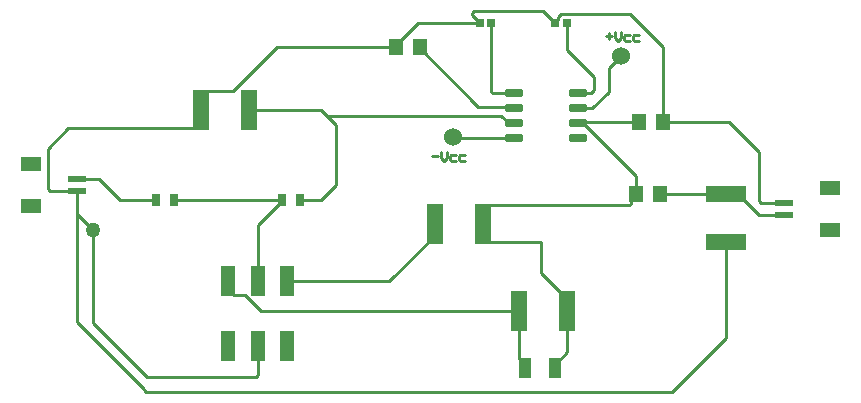
<source format=gbr>
G04*
G04 #@! TF.GenerationSoftware,Altium Limited,Altium Designer,24.9.1 (31)*
G04*
G04 Layer_Physical_Order=1*
G04 Layer_Color=255*
%FSLAX44Y44*%
%MOMM*%
G71*
G04*
G04 #@! TF.SameCoordinates,B653029B-541F-4617-83FB-ACABD9EDAD60*
G04*
G04*
G04 #@! TF.FilePolarity,Positive*
G04*
G01*
G75*
%ADD13C,0.2540*%
%ADD14R,1.2000X2.5000*%
%ADD15R,0.8000X1.0000*%
%ADD16R,1.4000X3.4000*%
%ADD17R,1.2000X1.4500*%
%ADD18R,3.4000X1.4000*%
%ADD19R,1.1057X1.6582*%
%ADD20R,0.7154X0.6725*%
%ADD21R,1.5500X0.6000*%
%ADD22R,1.8000X1.2000*%
G04:AMPARAMS|DCode=23|XSize=0.6mm|YSize=1.45mm|CornerRadius=0.051mm|HoleSize=0mm|Usage=FLASHONLY|Rotation=90.000|XOffset=0mm|YOffset=0mm|HoleType=Round|Shape=RoundedRectangle|*
%AMROUNDEDRECTD23*
21,1,0.6000,1.3480,0,0,90.0*
21,1,0.4980,1.4500,0,0,90.0*
1,1,0.1020,0.6740,0.2490*
1,1,0.1020,0.6740,-0.2490*
1,1,0.1020,-0.6740,-0.2490*
1,1,0.1020,-0.6740,0.2490*
%
%ADD23ROUNDEDRECTD23*%
%ADD31C,1.5240*%
%ADD32C,1.2700*%
D13*
X800162Y670782D02*
X810440Y681060D01*
Y716280D01*
X800162Y668020D02*
Y670782D01*
X788090Y748630D02*
Y774210D01*
X810440Y716280D02*
Y726280D01*
X788090Y748630D02*
X810440Y726280D01*
X769440Y675980D02*
X774638Y670782D01*
Y668020D02*
Y670782D01*
X769440Y675980D02*
Y716280D01*
X899160Y647700D02*
X944880Y693420D01*
Y774520D01*
X453608Y647700D02*
X899160D01*
X452120Y649188D02*
X453608Y647700D01*
X395340Y707020D02*
Y798460D01*
Y707020D02*
X452120Y650240D01*
Y649188D02*
Y650240D01*
X523640Y734740D02*
X528370Y730010D01*
X523640Y734740D02*
Y741240D01*
X528370Y730010D02*
X537778D01*
X551508Y716280D01*
X769440D01*
X659620Y741240D02*
X698320Y779940D01*
Y789940D01*
X573640Y741240D02*
X659620D01*
X548640Y788700D02*
X569200Y809260D01*
X548640Y741240D02*
Y788700D01*
X569200Y809260D02*
Y810260D01*
X454660Y660400D02*
X547152D01*
X548640Y661888D02*
Y686240D01*
X547152Y660400D02*
X548640Y661888D01*
X408940Y706120D02*
Y784860D01*
Y706120D02*
X454660Y660400D01*
X821000Y876300D02*
X871380D01*
X395340Y798460D02*
Y817960D01*
Y798460D02*
X408940Y784860D01*
X845820Y922020D02*
X853440Y929640D01*
X845820Y901700D02*
Y922020D01*
X819730Y887730D02*
X831850D01*
X845820Y901700D01*
X830790Y900858D02*
X833120Y903188D01*
X820158Y900858D02*
X830790D01*
X815480Y900430D02*
X819730D01*
X820158Y900858D01*
X833120Y903188D02*
Y914400D01*
X717550Y862330D02*
X765230D01*
X819730Y875030D02*
X823980D01*
X868840Y830170D01*
X819730Y875030D02*
X821000Y876300D01*
X864110Y810610D02*
X868840Y815340D01*
X862622Y805670D02*
X864110Y807158D01*
X745050Y805670D02*
X862622D01*
X864110Y807158D02*
Y810610D01*
X868840Y815340D02*
Y830170D01*
X372328Y817960D02*
X395340D01*
X370840Y819448D02*
X372328Y817960D01*
X370840Y819448D02*
Y853440D01*
X388130Y870730D02*
X494470D01*
X370840Y853440D02*
X388130Y870730D01*
X500200Y876460D02*
Y886460D01*
X494470Y870730D02*
X500200Y876460D01*
Y896460D02*
X505930Y902190D01*
X527542D01*
X500200Y886460D02*
Y896460D01*
X527542Y902190D02*
X565152Y939800D01*
X665480D01*
X606830Y881610D02*
X614680Y873760D01*
X601980Y886460D02*
X606830Y881610D01*
X760980Y875030D02*
X765230D01*
X754400Y881610D02*
X760980Y875030D01*
X606830Y881610D02*
X754400D01*
X601980Y810260D02*
X614680Y822960D01*
Y873760D01*
X584200Y810260D02*
X601980D01*
X541200Y886460D02*
X601980D01*
X477400Y810260D02*
X569200D01*
X431640D02*
X462400D01*
X413940Y827960D02*
X431640Y810260D01*
X800487Y960120D02*
X802579Y962212D01*
Y965061D02*
X804811Y967292D01*
X800394Y960120D02*
X800487D01*
X802579Y962212D02*
Y965061D01*
X804811Y967292D02*
X864048D01*
X891380Y939960D01*
X809966Y937554D02*
X833120Y914400D01*
X809966Y937554D02*
Y960120D01*
X746171Y901918D02*
X747659Y900430D01*
X746171Y901918D02*
Y960120D01*
X747659Y900430D02*
X765230D01*
X684550Y960120D02*
X736386D01*
X736600D01*
X730032Y968792D02*
X731520Y970280D01*
X790020D01*
X730032Y966473D02*
X736386Y960120D01*
X730032Y966473D02*
Y968792D01*
X790020Y970280D02*
X800180Y960120D01*
X800394D01*
X665480Y939800D02*
Y941050D01*
X684550Y960120D01*
X993960Y807720D02*
X994040Y807640D01*
X972820Y809208D02*
Y850900D01*
X974308Y807720D02*
X993960D01*
X972820Y809208D02*
X974308Y807720D01*
X947420Y876300D02*
X972820Y850900D01*
X891380Y876300D02*
X947420D01*
X972760Y797640D02*
X994040D01*
X944880Y815520D02*
X954880D01*
X972760Y797640D01*
X944700Y815340D02*
X944880Y815520D01*
X888840Y815340D02*
X944700D01*
X745050Y774210D02*
X788090D01*
X739320Y779940D02*
Y789940D01*
Y779940D02*
X745050Y774210D01*
X739320Y799940D02*
X745050Y805670D01*
X739320Y789940D02*
Y799940D01*
X891380Y876300D02*
Y939960D01*
X763960Y889000D02*
X765230Y887730D01*
X735030Y889000D02*
X763960D01*
X685480Y938550D02*
X735030Y889000D01*
X685480Y938550D02*
Y939800D01*
X395340Y827960D02*
X413940D01*
X843280Y948689D02*
X848358D01*
X845819Y951228D02*
Y946150D01*
X850898Y952497D02*
Y947419D01*
X853437Y944880D01*
X855976Y947419D01*
Y952497D01*
X863593Y949958D02*
X859785D01*
X858515Y948689D01*
Y946150D01*
X859785Y944880D01*
X863593D01*
X871211Y949958D02*
X867402D01*
X866133Y948689D01*
Y946150D01*
X867402Y944880D01*
X871211D01*
X695960Y847089D02*
X701038D01*
X703577Y850898D02*
Y845819D01*
X706117Y843280D01*
X708656Y845819D01*
Y850898D01*
X716273Y848358D02*
X712465D01*
X711195Y847089D01*
Y844550D01*
X712465Y843280D01*
X716273D01*
X723891Y848358D02*
X720082D01*
X718813Y847089D01*
Y844550D01*
X720082Y843280D01*
X723891D01*
D14*
X548640Y686240D02*
D03*
Y741240D02*
D03*
X573640D02*
D03*
Y686240D02*
D03*
X523640D02*
D03*
Y741240D02*
D03*
D15*
X569200Y810260D02*
D03*
X584200D02*
D03*
X462400D02*
D03*
X477400D02*
D03*
D16*
X739320Y789940D02*
D03*
X698320D02*
D03*
X810440Y716280D02*
D03*
X769440D02*
D03*
X500200Y886460D02*
D03*
X541200D02*
D03*
D17*
X888840Y815340D02*
D03*
X868840D02*
D03*
X685480Y939800D02*
D03*
X665480D02*
D03*
X871380Y876300D02*
D03*
X891380D02*
D03*
D18*
X944880Y774520D02*
D03*
Y815520D02*
D03*
D19*
X800162Y668020D02*
D03*
X774638D02*
D03*
D20*
X809966Y960120D02*
D03*
X800394D02*
D03*
X746171D02*
D03*
X736600D02*
D03*
D21*
X395340Y817960D02*
D03*
Y827960D02*
D03*
X994040Y807640D02*
D03*
Y797640D02*
D03*
D22*
X356590Y804960D02*
D03*
Y840960D02*
D03*
X1032790Y820640D02*
D03*
Y784640D02*
D03*
D23*
X819730Y862330D02*
D03*
Y875030D02*
D03*
Y887730D02*
D03*
Y900430D02*
D03*
X765230Y862330D02*
D03*
Y875030D02*
D03*
Y887730D02*
D03*
Y900430D02*
D03*
D31*
X855980Y932180D02*
D03*
X713740Y863600D02*
D03*
D32*
X408940Y784860D02*
D03*
M02*

</source>
